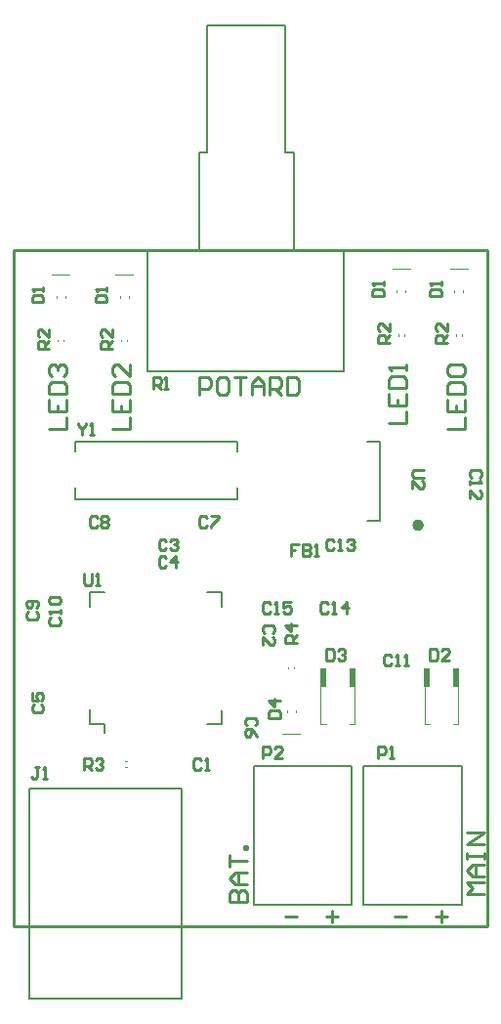
<source format=gto>
%FSLAX44Y44*%
%MOMM*%
G71*
G01*
G75*
%ADD10R,0.3000X1.5000*%
%ADD11R,1.5000X0.3000*%
%ADD12R,5.5000X2.0000*%
%ADD13R,1.6800X1.5200*%
%ADD14R,1.1000X1.0000*%
%ADD15R,1.0000X1.1000*%
%ADD16R,1.5000X1.3000*%
%ADD17R,1.3000X1.5000*%
%ADD18R,2.0000X1.2000*%
%ADD19R,5.6000X5.6000*%
%ADD20C,0.2540*%
%ADD21C,1.0000*%
%ADD22C,1.5000*%
%ADD23R,2.0000X2.0000*%
%ADD24C,2.0000*%
%ADD25C,0.7000*%
%ADD26C,0.2000*%
%ADD27C,0.1000*%
%ADD28R,0.7620X0.5080*%
G36*
X296240Y207750D02*
X291160D01*
Y224260D01*
X296240D01*
Y207750D01*
D02*
G37*
G36*
X270840D02*
X265760D01*
Y224260D01*
X270840D01*
Y207750D01*
D02*
G37*
G36*
X386240D02*
X381160D01*
Y224260D01*
X386240D01*
Y207750D01*
D02*
G37*
G36*
X360840D02*
X355760D01*
Y224260D01*
X360840D01*
Y207750D01*
D02*
G37*
D20*
X354660Y347900D02*
G03*
X354660Y347900I-3810J0D01*
G01*
X56000Y435997D02*
Y434331D01*
X59332Y430998D01*
X62665Y434331D01*
Y435997D01*
X59332Y430998D02*
Y426000D01*
X65997D02*
X69329D01*
X67663D01*
Y435997D01*
X65997Y434331D01*
X355997Y396000D02*
X347666D01*
X346000Y394334D01*
Y391002D01*
X347666Y389336D01*
X355997D01*
X346000Y379339D02*
Y386003D01*
X352665Y379339D01*
X354331D01*
X355997Y381005D01*
Y384337D01*
X354331Y386003D01*
X61000Y305997D02*
Y297666D01*
X62666Y296000D01*
X65999D01*
X67665Y297666D01*
Y305997D01*
X70997Y296000D02*
X74329D01*
X72663D01*
Y305997D01*
X70997Y304331D01*
X246000Y246000D02*
X236003D01*
Y250998D01*
X237670Y252665D01*
X241002D01*
X242668Y250998D01*
Y246000D01*
Y249332D02*
X246000Y252665D01*
Y260995D02*
X236003D01*
X241002Y255997D01*
Y262661D01*
X61000Y136000D02*
Y145997D01*
X65999D01*
X67665Y144331D01*
Y140998D01*
X65999Y139332D01*
X61000D01*
X64332D02*
X67665Y136000D01*
X70997Y144331D02*
X72663Y145997D01*
X75995D01*
X77661Y144331D01*
Y142665D01*
X75995Y140998D01*
X74329D01*
X75995D01*
X77661Y139332D01*
Y137666D01*
X75995Y136000D01*
X72663D01*
X70997Y137666D01*
X31000Y501000D02*
X21003D01*
Y505998D01*
X22669Y507665D01*
X26002D01*
X27668Y505998D01*
Y501000D01*
Y504332D02*
X31000Y507665D01*
Y517661D02*
Y510997D01*
X24336Y517661D01*
X22669D01*
X21003Y515995D01*
Y512663D01*
X22669Y510997D01*
X86000Y501000D02*
X76003D01*
Y505998D01*
X77670Y507665D01*
X81002D01*
X82668Y505998D01*
Y501000D01*
Y504332D02*
X86000Y507665D01*
Y517661D02*
Y510997D01*
X79336Y517661D01*
X77670D01*
X76003Y515995D01*
Y512663D01*
X77670Y510997D01*
X326000Y506000D02*
X316003D01*
Y510998D01*
X317669Y512665D01*
X321002D01*
X322668Y510998D01*
Y506000D01*
Y509332D02*
X326000Y512665D01*
Y522661D02*
Y515997D01*
X319336Y522661D01*
X317669D01*
X316003Y520995D01*
Y517663D01*
X317669Y515997D01*
X376000Y506000D02*
X366003D01*
Y510998D01*
X367669Y512665D01*
X371002D01*
X372668Y510998D01*
Y506000D01*
Y509332D02*
X376000Y512665D01*
Y522661D02*
Y515997D01*
X369336Y522661D01*
X367669D01*
X366003Y520995D01*
Y517663D01*
X367669Y515997D01*
X247665Y330997D02*
X241000D01*
Y325998D01*
X244332D01*
X241000D01*
Y321000D01*
X250997Y330997D02*
Y321000D01*
X255995D01*
X257661Y322666D01*
Y324332D01*
X255995Y325998D01*
X250997D01*
X255995D01*
X257661Y327664D01*
Y329331D01*
X255995Y330997D01*
X250997D01*
X260994Y321000D02*
X264326D01*
X262660D01*
Y330997D01*
X260994Y329331D01*
X271000Y240997D02*
Y231000D01*
X275998D01*
X277665Y232666D01*
Y239331D01*
X275998Y240997D01*
X271000D01*
X280997Y239331D02*
X282663Y240997D01*
X285995D01*
X287661Y239331D01*
Y237665D01*
X285995Y235998D01*
X284329D01*
X285995D01*
X287661Y234332D01*
Y232666D01*
X285995Y231000D01*
X282663D01*
X280997Y232666D01*
X361000Y240997D02*
Y231000D01*
X365998D01*
X367665Y232666D01*
Y239331D01*
X365998Y240997D01*
X361000D01*
X377661Y231000D02*
X370997D01*
X377661Y237665D01*
Y239331D01*
X375995Y240997D01*
X372663D01*
X370997Y239331D01*
X221003Y181000D02*
X231000D01*
Y185998D01*
X229334Y187665D01*
X222670D01*
X221003Y185998D01*
Y181000D01*
X231000Y195995D02*
X221003D01*
X226002Y190997D01*
Y197661D01*
X277665Y334331D02*
X275998Y335997D01*
X272666D01*
X271000Y334331D01*
Y327666D01*
X272666Y326000D01*
X275998D01*
X277665Y327666D01*
X280997Y326000D02*
X284329D01*
X282663D01*
Y335997D01*
X280997Y334331D01*
X289328D02*
X290994Y335997D01*
X294326D01*
X295992Y334331D01*
Y332665D01*
X294326Y330998D01*
X292660D01*
X294326D01*
X295992Y329332D01*
Y327666D01*
X294326Y326000D01*
X290994D01*
X289328Y327666D01*
X404331Y389336D02*
X405997Y391002D01*
Y394334D01*
X404331Y396000D01*
X397666D01*
X396000Y394334D01*
Y391002D01*
X397666Y389336D01*
X396000Y386003D02*
Y382671D01*
Y384337D01*
X405997D01*
X404331Y386003D01*
X396000Y371008D02*
Y377673D01*
X402665Y371008D01*
X404331D01*
X405997Y372674D01*
Y376007D01*
X404331Y377673D01*
X327665Y234331D02*
X325998Y235997D01*
X322666D01*
X321000Y234331D01*
Y227666D01*
X322666Y226000D01*
X325998D01*
X327665Y227666D01*
X330997Y226000D02*
X334329D01*
X332663D01*
Y235997D01*
X330997Y234331D01*
X339328Y226000D02*
X342660D01*
X340994D01*
Y235997D01*
X339328Y234331D01*
X12670Y272665D02*
X11003Y270998D01*
Y267666D01*
X12670Y266000D01*
X19334D01*
X21000Y267666D01*
Y270998D01*
X19334Y272665D01*
Y275997D02*
X21000Y277663D01*
Y280995D01*
X19334Y282661D01*
X12670D01*
X11003Y280995D01*
Y277663D01*
X12670Y275997D01*
X14336D01*
X16002Y277663D01*
Y282661D01*
X121000Y466000D02*
Y475997D01*
X125998D01*
X127665Y474331D01*
Y470998D01*
X125998Y469332D01*
X121000D01*
X124332D02*
X127665Y466000D01*
X130997D02*
X134329D01*
X132663D01*
Y475997D01*
X130997Y474331D01*
X216000Y146000D02*
Y155997D01*
X220998D01*
X222665Y154331D01*
Y150998D01*
X220998Y149332D01*
X216000D01*
X232661Y146000D02*
X225997D01*
X232661Y152664D01*
Y154331D01*
X230995Y155997D01*
X227663D01*
X225997Y154331D01*
X316000Y146000D02*
Y155997D01*
X320998D01*
X322665Y154331D01*
Y150998D01*
X320998Y149332D01*
X316000D01*
X325997Y146000D02*
X329329D01*
X327663D01*
Y155997D01*
X325997Y154331D01*
X22326Y138114D02*
X18993D01*
X20659D01*
Y129783D01*
X18993Y128117D01*
X17327D01*
X15661Y129783D01*
X25658Y128117D02*
X28990D01*
X27324D01*
Y138114D01*
X25658Y136448D01*
X16003Y541000D02*
X26000D01*
Y545998D01*
X24334Y547665D01*
X17670D01*
X16003Y545998D01*
Y541000D01*
X26000Y550997D02*
Y554329D01*
Y552663D01*
X16003D01*
X17670Y550997D01*
X71003Y541000D02*
X81000D01*
Y545998D01*
X79334Y547665D01*
X72670D01*
X71003Y545998D01*
Y541000D01*
X81000Y550997D02*
Y554329D01*
Y552663D01*
X71003D01*
X72670Y550997D01*
X311003Y546000D02*
X321000D01*
Y550998D01*
X319334Y552665D01*
X312670D01*
X311003Y550998D01*
Y546000D01*
X321000Y555997D02*
Y559329D01*
Y557663D01*
X311003D01*
X312670Y555997D01*
X361003Y546000D02*
X371000D01*
Y550998D01*
X369334Y552665D01*
X362669D01*
X361003Y550998D01*
Y546000D01*
X371000Y555997D02*
Y559329D01*
Y557663D01*
X361003D01*
X362669Y555997D01*
X222665Y279331D02*
X220998Y280997D01*
X217666D01*
X216000Y279331D01*
Y272666D01*
X217666Y271000D01*
X220998D01*
X222665Y272666D01*
X225997Y271000D02*
X229329D01*
X227663D01*
Y280997D01*
X225997Y279331D01*
X240992Y280997D02*
X234328D01*
Y275998D01*
X237660Y277665D01*
X239326D01*
X240992Y275998D01*
Y272666D01*
X239326Y271000D01*
X235994D01*
X234328Y272666D01*
X272665Y279331D02*
X270998Y280997D01*
X267666D01*
X266000Y279331D01*
Y272666D01*
X267666Y271000D01*
X270998D01*
X272665Y272666D01*
X275997Y271000D02*
X279329D01*
X277663D01*
Y280997D01*
X275997Y279331D01*
X289326Y271000D02*
Y280997D01*
X284328Y275998D01*
X290992D01*
X32669Y267665D02*
X31003Y265998D01*
Y262666D01*
X32669Y261000D01*
X39334D01*
X41000Y262666D01*
Y265998D01*
X39334Y267665D01*
X41000Y270997D02*
Y274329D01*
Y272663D01*
X31003D01*
X32669Y270997D01*
Y279328D02*
X31003Y280994D01*
Y284326D01*
X32669Y285992D01*
X39334D01*
X41000Y284326D01*
Y280994D01*
X39334Y279328D01*
X32669D01*
X72665Y354331D02*
X70999Y355997D01*
X67666D01*
X66000Y354331D01*
Y347666D01*
X67666Y346000D01*
X70999D01*
X72665Y347666D01*
X75997Y354331D02*
X77663Y355997D01*
X80995D01*
X82661Y354331D01*
Y352664D01*
X80995Y350998D01*
X82661Y349332D01*
Y347666D01*
X80995Y346000D01*
X77663D01*
X75997Y347666D01*
Y349332D01*
X77663Y350998D01*
X75997Y352664D01*
Y354331D01*
X77663Y350998D02*
X80995D01*
X167665Y354331D02*
X165998Y355997D01*
X162666D01*
X161000Y354331D01*
Y347666D01*
X162666Y346000D01*
X165998D01*
X167665Y347666D01*
X170997Y355997D02*
X177661D01*
Y354331D01*
X170997Y347666D01*
Y346000D01*
X209331Y174336D02*
X210997Y176002D01*
Y179334D01*
X209331Y181000D01*
X202666D01*
X201000Y179334D01*
Y176002D01*
X202666Y174336D01*
X210997Y164339D02*
X209331Y167671D01*
X205998Y171003D01*
X202666D01*
X201000Y169337D01*
Y166005D01*
X202666Y164339D01*
X204332D01*
X205998Y166005D01*
Y171003D01*
X17670Y192665D02*
X16003Y190998D01*
Y187666D01*
X17670Y186000D01*
X24334D01*
X26000Y187666D01*
Y190998D01*
X24334Y192665D01*
X16003Y202661D02*
Y195997D01*
X21002D01*
X19336Y199329D01*
Y200995D01*
X21002Y202661D01*
X24334D01*
X26000Y200995D01*
Y197663D01*
X24334Y195997D01*
X132665Y319331D02*
X130998Y320997D01*
X127666D01*
X126000Y319331D01*
Y312666D01*
X127666Y311000D01*
X130998D01*
X132665Y312666D01*
X140995Y311000D02*
Y320997D01*
X135997Y315998D01*
X142661D01*
X132665Y334331D02*
X130998Y335997D01*
X127666D01*
X126000Y334331D01*
Y327666D01*
X127666Y326000D01*
X130998D01*
X132665Y327666D01*
X135997Y334331D02*
X137663Y335997D01*
X140995D01*
X142661Y334331D01*
Y332665D01*
X140995Y330998D01*
X139329D01*
X140995D01*
X142661Y329332D01*
Y327666D01*
X140995Y326000D01*
X137663D01*
X135997Y327666D01*
X224331Y254335D02*
X225997Y256002D01*
Y259334D01*
X224331Y261000D01*
X217666D01*
X216000Y259334D01*
Y256002D01*
X217666Y254335D01*
X216000Y244339D02*
Y251003D01*
X222665Y244339D01*
X224331D01*
X225997Y246005D01*
Y249337D01*
X224331Y251003D01*
X162665Y144331D02*
X160998Y145997D01*
X157666D01*
X156000Y144331D01*
Y137666D01*
X157666Y136000D01*
X160998D01*
X162665Y137666D01*
X165997Y136000D02*
X169329D01*
X167663D01*
Y145997D01*
X165997Y144331D01*
X330360Y8851D02*
X340517D01*
X365920Y8848D02*
X376077D01*
X370998Y13926D02*
Y3769D01*
X235360Y8851D02*
X245517D01*
X270920Y8848D02*
X281077D01*
X275998Y13926D02*
Y3769D01*
X187765Y21250D02*
X203000D01*
Y28867D01*
X200461Y31407D01*
X197922D01*
X195382Y28867D01*
Y21250D01*
Y28867D01*
X192843Y31407D01*
X190304D01*
X187765Y28867D01*
Y21250D01*
X203000Y36485D02*
X192843D01*
X187765Y41563D01*
X192843Y46642D01*
X203000D01*
X195382D01*
Y36485D01*
X187765Y51720D02*
Y61877D01*
Y56799D01*
X203000D01*
Y66955D02*
X200461D01*
Y69494D01*
X203000D01*
Y66955D01*
X408000Y28000D02*
X392765D01*
X397843Y33078D01*
X392765Y38157D01*
X408000D01*
Y43235D02*
X397843D01*
X392765Y48313D01*
X397843Y53392D01*
X408000D01*
X400382D01*
Y43235D01*
X392765Y58470D02*
Y63548D01*
Y61009D01*
X408000D01*
Y58470D01*
Y63548D01*
Y71166D02*
X392765D01*
X408000Y81323D01*
X392765D01*
X30765Y431000D02*
X46000D01*
Y441157D01*
X30765Y456392D02*
Y446235D01*
X46000D01*
Y456392D01*
X38383Y446235D02*
Y451314D01*
X30765Y461470D02*
X46000D01*
Y469088D01*
X43461Y471627D01*
X33304D01*
X30765Y469088D01*
Y461470D01*
X33304Y476705D02*
X30765Y479244D01*
Y484323D01*
X33304Y486862D01*
X35843D01*
X38383Y484323D01*
Y481784D01*
Y484323D01*
X40922Y486862D01*
X43461D01*
X46000Y484323D01*
Y479244D01*
X43461Y476705D01*
X85765Y431000D02*
X101000D01*
Y441157D01*
X85765Y456392D02*
Y446235D01*
X101000D01*
Y456392D01*
X93383Y446235D02*
Y451314D01*
X85765Y461470D02*
X101000D01*
Y469088D01*
X98461Y471627D01*
X88304D01*
X85765Y469088D01*
Y461470D01*
X101000Y486862D02*
Y476705D01*
X90843Y486862D01*
X88304D01*
X85765Y484323D01*
Y479244D01*
X88304Y476705D01*
X325765Y436000D02*
X341000D01*
Y446157D01*
X325765Y461392D02*
Y451235D01*
X341000D01*
Y461392D01*
X333383Y451235D02*
Y456314D01*
X325765Y466470D02*
X341000D01*
Y474088D01*
X338461Y476627D01*
X328304D01*
X325765Y474088D01*
Y466470D01*
X341000Y481705D02*
Y486784D01*
Y484244D01*
X325765D01*
X328304Y481705D01*
X375765Y431000D02*
X391000D01*
Y441157D01*
X375765Y456392D02*
Y446235D01*
X391000D01*
Y456392D01*
X383383Y446235D02*
Y451314D01*
X375765Y461470D02*
X391000D01*
Y469088D01*
X388461Y471627D01*
X378304D01*
X375765Y469088D01*
Y461470D01*
X378304Y476705D02*
X375765Y479244D01*
Y484323D01*
X378304Y486862D01*
X388461D01*
X391000Y484323D01*
Y479244D01*
X388461Y476705D01*
X378304D01*
X161000Y461000D02*
Y476235D01*
X168618D01*
X171157Y473696D01*
Y468618D01*
X168618Y466078D01*
X161000D01*
X183853Y476235D02*
X178774D01*
X176235Y473696D01*
Y463539D01*
X178774Y461000D01*
X183853D01*
X186392Y463539D01*
Y473696D01*
X183853Y476235D01*
X191470D02*
X201627D01*
X196549D01*
Y461000D01*
X206705D02*
Y471157D01*
X211784Y476235D01*
X216862Y471157D01*
Y461000D01*
Y468618D01*
X206705D01*
X221940Y461000D02*
Y476235D01*
X229558D01*
X232097Y473696D01*
Y468618D01*
X229558Y466078D01*
X221940D01*
X227019D02*
X232097Y461000D01*
X237176Y476235D02*
Y461000D01*
X244793D01*
X247332Y463539D01*
Y473696D01*
X244793Y476235D01*
X237176D01*
X0Y0D02*
Y586000D01*
Y0D02*
X411000D01*
Y586000D01*
X0D02*
X411000D01*
D26*
X66000Y277350D02*
Y290050D01*
X78700D01*
X180300Y277350D02*
Y290050D01*
X167600D02*
X180300D01*
Y175750D02*
Y187180D01*
X167600Y175750D02*
X180300D01*
X78700Y168130D02*
Y175750D01*
X66000D02*
X78700D01*
X66000D02*
Y188450D01*
X53860Y412210D02*
Y420130D01*
X193860Y412210D02*
Y419830D01*
Y370600D02*
Y380760D01*
X53860Y370900D02*
Y380760D01*
Y420130D02*
X193860D01*
X53860Y370600D02*
X193860D01*
X168070Y780880D02*
X235380D01*
Y671610D02*
Y780880D01*
Y671610D02*
X235990Y671000D01*
X243000D01*
X168070Y671610D02*
Y780880D01*
X167460Y671000D02*
X168070Y671610D01*
X161000Y671000D02*
X167460D01*
X243000Y586700D02*
X243700Y586000D01*
X286000D01*
X116000D02*
X160020D01*
X161000D02*
Y671000D01*
X286000Y481160D02*
Y586000D01*
X116000Y481160D02*
X286000D01*
X116000D02*
Y586000D01*
X243000D02*
Y671000D01*
X303500Y139000D02*
X388500D01*
Y19010D02*
Y139000D01*
X303500Y18999D02*
X388500Y19009D01*
X303500Y19010D02*
Y139000D01*
X208500D02*
X293500D01*
Y19010D02*
Y139000D01*
X208500Y18999D02*
X293500Y19009D01*
X208500Y19010D02*
Y139000D01*
X306690Y420000D02*
X317830D01*
X306690Y352000D02*
X317830D01*
Y420000D01*
X14010Y-62210D02*
X146090D01*
Y-61600D02*
Y119100D01*
X14010Y119400D02*
X146090D01*
X14010Y-61600D02*
Y119100D01*
D27*
X381160Y176000D02*
X385500D01*
Y222990D01*
X356500Y176000D02*
Y221720D01*
Y176000D02*
X360840D01*
X291160D02*
X295500D01*
Y222990D01*
X266500Y176000D02*
Y221720D01*
Y176000D02*
X270840D01*
X383460Y512110D02*
Y513380D01*
X388540Y512110D02*
Y513380D01*
X333460Y512110D02*
Y513380D01*
X338540Y512110D02*
Y513380D01*
X93460Y507110D02*
Y508380D01*
X98540Y507110D02*
Y508380D01*
X38460Y507110D02*
Y508380D01*
X43540Y507110D02*
Y508380D01*
X97110Y143540D02*
X98380D01*
X97110Y138460D02*
X98380D01*
X243540Y223620D02*
Y224890D01*
X238460Y223620D02*
Y224890D01*
X378380Y570210D02*
X393620D01*
X382190Y549890D02*
Y551160D01*
X389810Y549890D02*
Y551160D01*
X328380Y570210D02*
X343620D01*
X332190Y549890D02*
Y551160D01*
X339810Y549890D02*
Y551160D01*
X88380Y565210D02*
X103620D01*
X92190Y544890D02*
Y546160D01*
X99810Y544890D02*
Y546160D01*
X33380Y565210D02*
X48620D01*
X37190Y544890D02*
Y546160D01*
X44810Y544890D02*
Y546160D01*
X233380Y166790D02*
X248620D01*
X244810Y185840D02*
Y187110D01*
X237190Y185840D02*
Y187110D01*
D28*
X350850Y347900D02*
D03*
M02*

</source>
